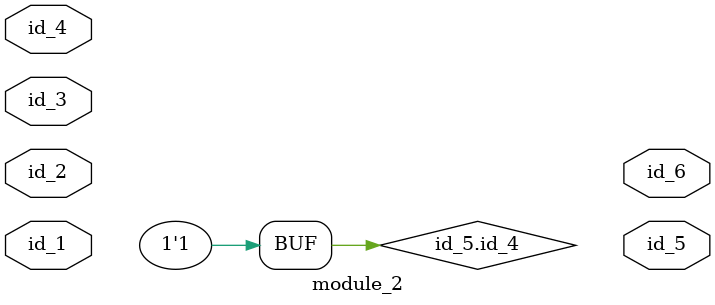
<source format=v>
module module_0 (
    id_1,
    id_2
);
  inout wire id_2;
  input wire id_1;
  wire id_3;
  module_2 modCall_1 (
      id_3,
      id_2,
      id_2,
      id_1,
      id_3,
      id_2
  );
endmodule
module module_1 (
    id_1,
    id_2,
    id_3,
    id_4,
    id_5,
    id_6,
    id_7
);
  output wire id_7;
  input wire id_6;
  input wire id_5;
  inout wire id_4;
  input wire id_3;
  inout wire id_2;
  output wire id_1;
  wire id_8;
  module_0 modCall_1 (
      id_3,
      id_8
  );
  assign id_7 = id_4;
endmodule
module module_2 (
    id_1,
    id_2,
    id_3,
    id_4,
    id_5,
    id_6
);
  output wire id_6;
  output wire id_5;
  input wire id_4;
  input wire id_3;
  input wire id_2;
  input wire id_1;
  wire id_7;
  wire id_8;
  assign id_5.id_4 = -1;
endmodule

</source>
